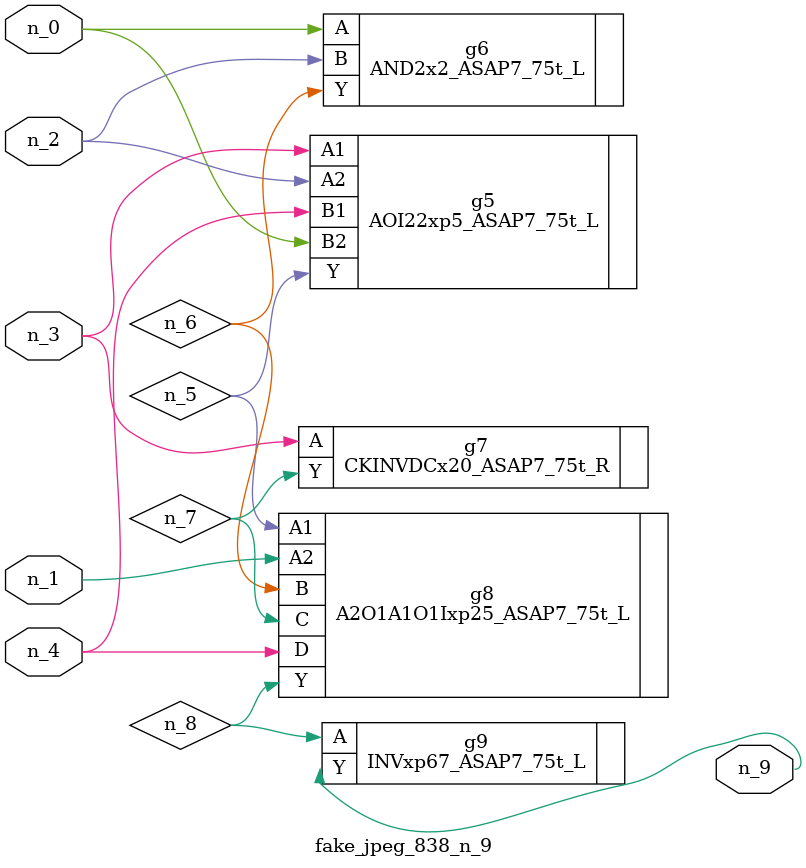
<source format=v>
module fake_jpeg_838_n_9 (n_3, n_2, n_1, n_0, n_4, n_9);

input n_3;
input n_2;
input n_1;
input n_0;
input n_4;

output n_9;

wire n_8;
wire n_6;
wire n_5;
wire n_7;

AOI22xp5_ASAP7_75t_L g5 ( 
.A1(n_3),
.A2(n_2),
.B1(n_4),
.B2(n_0),
.Y(n_5)
);

AND2x2_ASAP7_75t_L g6 ( 
.A(n_0),
.B(n_2),
.Y(n_6)
);

CKINVDCx20_ASAP7_75t_R g7 ( 
.A(n_3),
.Y(n_7)
);

A2O1A1O1Ixp25_ASAP7_75t_L g8 ( 
.A1(n_5),
.A2(n_1),
.B(n_6),
.C(n_7),
.D(n_4),
.Y(n_8)
);

INVxp67_ASAP7_75t_L g9 ( 
.A(n_8),
.Y(n_9)
);


endmodule
</source>
